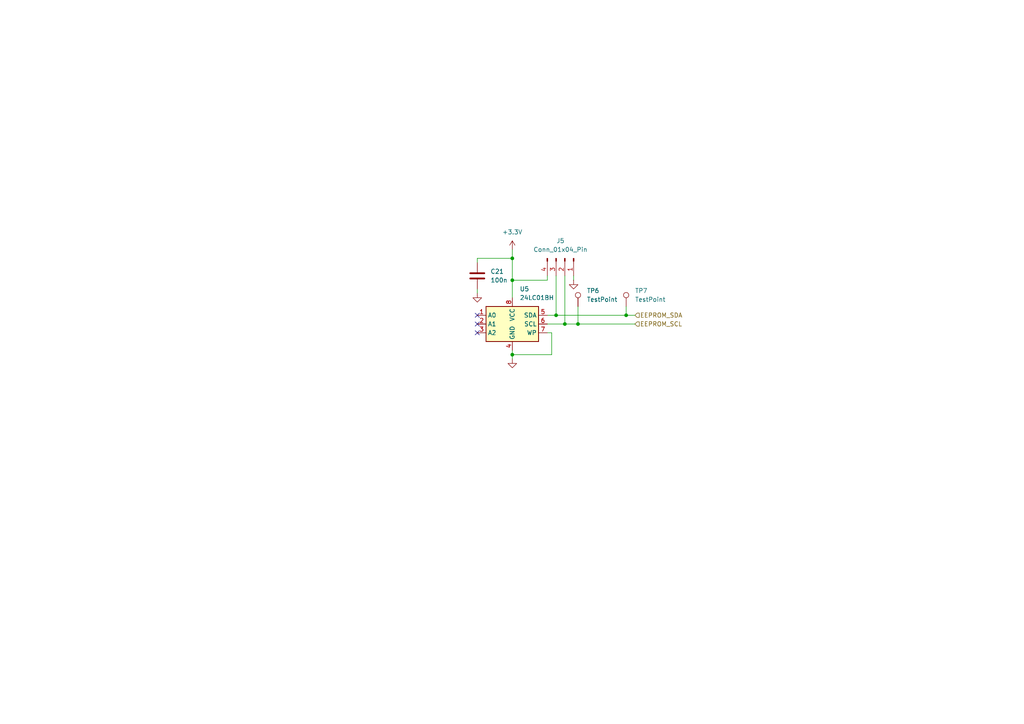
<source format=kicad_sch>
(kicad_sch (version 20250114) (generator "eeschema") (generator_version "9.0")
  (paper "A4")
  (lib_symbols
    (symbol "Connector:Conn_01x04_Pin" (pin_names (offset 1.016) (hide yes))
      (property "Reference" "J" (at 0 5.08 0))
      (property "Value" "Conn_01x04_Pin" (at 0 -7.62 0))
      (symbol "Conn_01x04_Pin_1_1"
        (rectangle (start 0.8636 2.667) (end 0 2.413) (stroke (width 0.1524)) (fill (type outline)))
        (rectangle (start 0.8636 0.127) (end 0 -0.127) (stroke (width 0.1524)) (fill (type outline)))
        (rectangle (start 0.8636 -2.413) (end 0 -2.667) (stroke (width 0.1524)) (fill (type outline)))
        (rectangle (start 0.8636 -4.953) (end 0 -5.207) (stroke (width 0.1524)) (fill (type outline)))
        (polyline (pts (xy 1.27 2.54) (xy 0.8636 2.54)) (stroke (width 0.1524)))
        (polyline (pts (xy 1.27 0) (xy 0.8636 0)) (stroke (width 0.1524)))
        (polyline (pts (xy 1.27 -2.54) (xy 0.8636 -2.54)) (stroke (width 0.1524)))
        (polyline (pts (xy 1.27 -5.08) (xy 0.8636 -5.08)) (stroke (width 0.1524)))
        (pin passive line (at 5.08 2.54 180) (length 3.81) (name "Pin_1") (number "1"))
        (pin passive line (at 5.08 0 180) (length 3.81) (name "Pin_2") (number "2"))
        (pin passive line (at 5.08 -2.54 180) (length 3.81) (name "Pin_3") (number "3"))
        (pin passive line (at 5.08 -5.08 180) (length 3.81) (name "Pin_4") (number "4"))
      )
    )
    (symbol "Connector:TestPoint" (pin_numbers (hide yes)) (pin_names (offset 0.762) (hide yes))
      (property "Reference" "TP" (at 0 6.858 0))
      (property "Value" "TestPoint" (at 0 5.08 0))
      (symbol "TestPoint_0_1"
        (circle (center 0 3.302) (radius 0.762))
      )
      (symbol "TestPoint_1_1"
        (pin passive line (at 0 0 90) (length 2.54) (name "1") (number "1"))
      )
    )
    (symbol "Device:C" (pin_numbers (hide yes)) (pin_names (offset 0.254))
      (property "Reference" "C" (at 0.635 2.54 0))
      (property "Value" "C" (at 0.635 -2.54 0))
      (symbol "C_0_1"
        (polyline (pts (xy -2.032 0.762) (xy 2.032 0.762)) (stroke (width 0.508)))
        (polyline (pts (xy -2.032 -0.762) (xy 2.032 -0.762)) (stroke (width 0.508)))
      )
      (symbol "C_1_1"
        (pin passive line (at 0 3.81 270) (length 2.794) (name "~") (number "1"))
        (pin passive line (at 0 -3.81 90) (length 2.794) (name "~") (number "2"))
      )
    )
    (symbol "Memory_EEPROM:24LC01"
      (property "Reference" "U" (at -6.35 6.35 0))
      (property "Value" "24LC01" (at 1.27 6.35 0))
      (symbol "24LC01_1_1"
        (rectangle (start -7.62 5.08) (end 7.62 -5.08) (stroke (width 0.254)) (fill (type background)))
        (pin input line (at -10.16 2.54 0) (length 2.54) (name "A0") (number "1"))
        (pin input line (at -10.16 0 0) (length 2.54) (name "A1") (number "2"))
        (pin input line (at -10.16 -2.54 0) (length 2.54) (name "A2") (number "3"))
        (pin power_in line (at 0 7.62 270) (length 2.54) (name "VCC") (number "8"))
        (pin power_in line (at 0 -7.62 90) (length 2.54) (name "GND") (number "4"))
        (pin bidirectional line (at 10.16 2.54 180) (length 2.54) (name "SDA") (number "5"))
        (pin input line (at 10.16 0 180) (length 2.54) (name "SCL") (number "6"))
        (pin input line (at 10.16 -2.54 180) (length 2.54) (name "WP") (number "7"))
      )
    )
    (symbol "power:+3.3V" (power) (pin_numbers (hide yes)) (pin_names (offset 0) (hide yes))
      (property "Value" "+3.3V" (at 0 3.556 0))
      (symbol "+3.3V_0_1"
        (polyline (pts (xy -0.762 1.27) (xy 0 2.54)))
        (polyline (pts (xy 0 2.54) (xy 0.762 1.27)))
        (polyline (pts (xy 0 0) (xy 0 2.54)))
      )
      (symbol "+3.3V_1_1"
        (pin power_in line (at 0 0 90) (length 0) (name "~") (number "1"))
      )
    )
    (symbol "power:GND" (power) (pin_numbers (hide yes)) (pin_names (offset 0) (hide yes))
      (property "Value" "GND" (at 0 -3.81 0))
      (symbol "GND_0_1"
        (polyline (pts (xy 0 0) (xy 0 -1.27) (xy 1.27 -1.27) (xy 0 -2.54) (xy -1.27 -1.27) (xy 0 -1.27)))
      )
      (symbol "GND_1_1"
        (pin power_in line (at 0 0 270) (length 0) (name "~") (number "1"))
      )
    )
  )
  (junction (at 161.29 91.44))
  (junction (at 148.59 102.87))
  (junction (at 167.64 93.98))
  (junction (at 181.61 91.44))
  (junction (at 148.59 81.28))
  (junction (at 163.83 93.98))
  (junction (at 148.59 74.93))
  (no_connect (at 138.43 93.98))
  (no_connect (at 138.43 91.44))
  (no_connect (at 138.43 96.52))
  (wire (pts (xy 160.02 96.52) (xy 160.02 102.87)))
  (wire (pts (xy 148.59 74.93) (xy 148.59 81.28)))
  (wire (pts (xy 148.59 102.87) (xy 160.02 102.87)))
  (wire (pts (xy 148.59 72.39) (xy 148.59 74.93)))
  (wire (pts (xy 158.75 80.01) (xy 158.75 81.28)))
  (wire (pts (xy 138.43 83.82) (xy 138.43 85.09)))
  (wire (pts (xy 148.59 104.14) (xy 148.59 102.87)))
  (wire (pts (xy 158.75 91.44) (xy 161.29 91.44)))
  (wire (pts (xy 158.75 93.98) (xy 163.83 93.98)))
  (wire (pts (xy 138.43 74.93) (xy 148.59 74.93)))
  (wire (pts (xy 181.61 88.9) (xy 181.61 91.44)))
  (wire (pts (xy 158.75 96.52) (xy 160.02 96.52)))
  (wire (pts (xy 148.59 101.6) (xy 148.59 102.87)))
  (wire (pts (xy 163.83 80.01) (xy 163.83 93.98)))
  (wire (pts (xy 148.59 81.28) (xy 158.75 81.28)))
  (wire (pts (xy 148.59 81.28) (xy 148.59 86.36)))
  (wire (pts (xy 167.64 93.98) (xy 184.15 93.98)))
  (wire (pts (xy 167.64 88.9) (xy 167.64 93.98)))
  (wire (pts (xy 163.83 93.98) (xy 167.64 93.98)))
  (wire (pts (xy 166.37 80.01) (xy 166.37 81.28)))
  (wire (pts (xy 161.29 91.44) (xy 181.61 91.44)))
  (wire (pts (xy 138.43 76.2) (xy 138.43 74.93)))
  (wire (pts (xy 161.29 80.01) (xy 161.29 91.44)))
  (wire (pts (xy 181.61 91.44) (xy 184.15 91.44)))
  (hierarchical_label "EEPROM_SDA" (shape input) (at 184.15 91.44 0))
  (hierarchical_label "EEPROM_SCL" (shape input) (at 184.15 93.98 0))
  (symbol (lib_id "Memory_EEPROM:24LC01") (at 148.59 93.98 0) (unit 1)
    (property "Reference" "U5" (at 150.7333 83.82 0) (effects (justify left)))
    (property "Value" "24LC01BH" (at 150.7333 86.36 0) (effects (justify left)))
    (property "Footprint" "Package_TO_SOT_SMD:SC-70-8" (effects (hide yes)))
    (property "Datasheet" "http://ww1.microchip.com/downloads/en/DeviceDoc/21711J.pdf" (effects (hide yes)))
    (property "Description" "I2C Serial EEPROM, 1Kb, DIP-8/SOIC-8/TSSOP-8/DFN-8" (effects (hide yes)))
  )
  (symbol (lib_id "power:GND") (at 148.59 104.14 0) (unit 1)
    (property "Reference" "#PWR034" (effects (hide yes)))
    (property "Value" "GND" (effects (hide yes)))
    (property "Description" "Power symbol creates a global label with name \"GND\" , ground" (effects (hide yes)))
  )
  (symbol (lib_id "Connector:Conn_01x04_Pin") (at 163.83 74.93 270) (unit 1)
    (property "Reference" "J5" (at 162.56 69.85 90))
    (property "Value" "Conn_01x04_Pin" (at 162.56 72.39 90))
    (property "Footprint" "Connector_PinHeader_1.00mm:PinHeader_1x04_P1.00mm_Vertical" (effects (hide yes)))
    (property "Description" "Generic connector, single row, 01x04, script generated" (effects (hide yes)))
  )
  (symbol (lib_id "Device:C") (at 138.43 80.01 0) (unit 1)
    (property "Reference" "C21" (at 142.24 78.7399 0) (effects (justify left)))
    (property "Value" "100n" (at 142.24 81.2799 0) (effects (justify left)))
    (property "Footprint" "Capacitor_SMD:C_0402_1005Metric" (effects (hide yes)))
    (property "Description" "Unpolarized capacitor" (effects (hide yes)))
  )
  (symbol (lib_id "power:GND") (at 138.43 85.09 0) (unit 1)
    (property "Reference" "#PWR035" (effects (hide yes)))
    (property "Value" "GND" (effects (hide yes)))
    (property "Description" "Power symbol creates a global label with name \"GND\" , ground" (effects (hide yes)))
  )
  (symbol (lib_id "power:GND") (at 166.37 81.28 0) (unit 1)
    (property "Reference" "#PWR037" (effects (hide yes)))
    (property "Value" "GND" (effects (hide yes)))
    (property "Description" "Power symbol creates a global label with name \"GND\" , ground" (effects (hide yes)))
  )
  (symbol (lib_id "Connector:TestPoint") (at 181.61 88.9 0) (unit 1) (in_bom no)
    (property "Reference" "TP7" (at 184.15 84.3279 0) (effects (justify left)))
    (property "Value" "TestPoint" (at 184.15 86.8679 0) (effects (justify left)))
    (property "Footprint" "TestPoint:TestPoint_Pad_D1.0mm" (effects (hide yes)))
    (property "Description" "test point" (effects (hide yes)))
  )
  (symbol (lib_id "power:+3.3V") (at 148.59 72.39 0) (unit 1)
    (property "Reference" "#PWR033" (effects (hide yes)))
    (property "Value" "+3.3V" (at 148.59 67.31 0))
    (property "Description" "Power symbol creates a global label with name \"+3.3V\"" (effects (hide yes)))
  )
  (symbol (lib_id "Connector:TestPoint") (at 167.64 88.9 0) (unit 1) (in_bom no)
    (property "Reference" "TP6" (at 170.18 84.3279 0) (effects (justify left)))
    (property "Value" "TestPoint" (at 170.18 86.8679 0) (effects (justify left)))
    (property "Footprint" "TestPoint:TestPoint_Pad_D1.0mm" (effects (hide yes)))
    (property "Description" "test point" (effects (hide yes)))
  )
)
</source>
